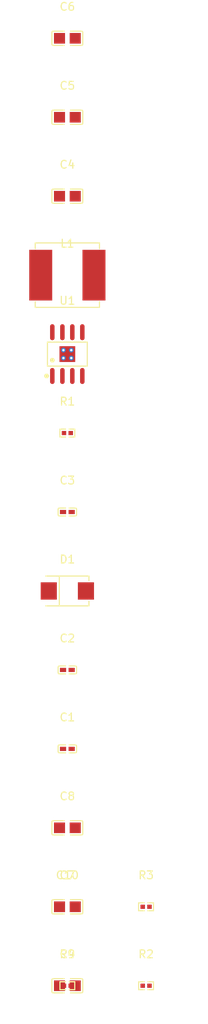
<source format=kicad_pcb>
(kicad_pcb (version 20241229) (generator "atopile") (generator_version "0.3.24")
  (layers (0 "F.Cu" signal) (31 "B.Cu" signal) (34 "B.Paste" user) (35 "F.Paste" user) (36 "B.SilkS" user "B.Silkscreen") (37 "F.SilkS" user "F.Silkscreen") (38 "B.Mask" user) (39 "F.Mask" user) (44 "Edge.Cuts" user))
  (net 0 "")
  (net 1 "FB")
  (net 2 "net")
  (net 4 "gnd")
  (net 5 "hv")
  (net 6 "RT_CLK")
  (net 7 "BOOT")
  (net 8 "cathode")
  (net 9 "COMP")
  (net 10 "hv-1")
  (footprint "atopile:R0402-56259e" (layer "F.Cu") (at 0 0 0)
    (property "Reference" "R4" (at 0 -4 0) (layer "F.SilkS") (hide no))
    (property "Value" "162kΩ ±1% 62.5mW")
    (fp_line (start -0.23 0.5) (end -0.94 0.5) (stroke (width 0.15)) (layer "F.SilkS"))
    (fp_line (start -0.94 0.5) (end -0.94 -0.5) (stroke (width 0.15)) (layer "F.SilkS"))
    (fp_line (start -0.94 -0.5) (end -0.23 -0.5) (stroke (width 0.15)) (layer "F.SilkS"))
    (fp_line (start 0.23 0.5) (end 0.94 0.5) (stroke (width 0.15)) (layer "F.SilkS"))
    (fp_line (start 0.94 0.5) (end 0.94 -0.5) (stroke (width 0.15)) (layer "F.SilkS"))
    (fp_line (start 0.94 -0.5) (end 0.23 -0.5) (stroke (width 0.15)) (layer "F.SilkS"))
    (fp_text user "${REFERENCE}" (at 0 -4 0) (layer "F.SilkS"))
    (pad "2" smd rect (at 0.43 0 0) (size 0.57 0.54) (layers "F.Cu" "F.Paste" "F.Mask") (net 4 "gnd"))
    (pad "1" smd rect (at -0.43 0 0) (size 0.57 0.54) (layers "F.Cu" "F.Paste" "F.Mask") (net 6 "RT_CLK"))
  )
  (footprint "atopile:C0805-3b2e55" (layer "F.Cu") (at 0 -10 0)
    (property "Reference" "C7" (at 0 -4 0) (layer "F.SilkS") (hide no))
    (property "Value" "22µF ±20% 25V X5R")
    (fp_line (start 1.81 -0.9) (end 0.4 -0.9) (stroke (width 0.15)) (layer "F.SilkS"))
    (fp_line (start 0.4 0.9) (end 1.81 0.9) (stroke (width 0.15)) (layer "F.SilkS"))
    (fp_line (start 1.96 0.75) (end 1.96 -0.75) (stroke (width 0.15)) (layer "F.SilkS"))
    (fp_line (start -1.81 -0.9) (end -0.4 -0.9) (stroke (width 0.15)) (layer "F.SilkS"))
    (fp_line (start -0.4 0.9) (end -1.81 0.9) (stroke (width 0.15)) (layer "F.SilkS"))
    (fp_line (start -1.96 0.75) (end -1.96 -0.75) (stroke (width 0.15)) (layer "F.SilkS"))
    (fp_arc (start 1.96 0.75) (mid 1.9160660171779822 0.856066017177982) (end 1.81 0.8999999999999999) (stroke (width 0.15)) (layer "F.SilkS"))
    (fp_arc (start 1.81 -0.9) (mid 1.9160660171779822 -0.8560660171779821) (end 1.96 -0.75) (stroke (width 0.15)) (layer "F.SilkS"))
    (fp_arc (start -1.96 0.75) (mid -1.9160660171779822 0.856066017177982) (end -1.81 0.8999999999999999) (stroke (width 0.15)) (layer "F.SilkS"))
    (fp_arc (start -1.81 -0.9) (mid -1.9160660171779822 -0.8560660171779821) (end -1.96 -0.75) (stroke (width 0.15)) (layer "F.SilkS"))
    (fp_text user "${REFERENCE}" (at 0 -4 0) (layer "F.SilkS"))
    (pad "2" smd rect (at 1 0 0) (size 1.41 1.35) (layers "F.Cu" "F.Paste" "F.Mask") (net 4 "gnd"))
    (pad "1" smd rect (at -1 0 0) (size 1.41 1.35) (layers "F.Cu" "F.Paste" "F.Mask") (net 10 "hv-1"))
  )
  (footprint "atopile:C0805-3b2e55" (layer "F.Cu") (at 0 -20 0)
    (property "Reference" "C8" (at 0 -4 0) (layer "F.SilkS") (hide no))
    (property "Value" "22µF ±20% 25V X5R")
    (fp_line (start 1.81 -0.9) (end 0.4 -0.9) (stroke (width 0.15)) (layer "F.SilkS"))
    (fp_line (start 0.4 0.9) (end 1.81 0.9) (stroke (width 0.15)) (layer "F.SilkS"))
    (fp_line (start 1.96 0.75) (end 1.96 -0.75) (stroke (width 0.15)) (layer "F.SilkS"))
    (fp_line (start -1.81 -0.9) (end -0.4 -0.9) (stroke (width 0.15)) (layer "F.SilkS"))
    (fp_line (start -0.4 0.9) (end -1.81 0.9) (stroke (width 0.15)) (layer "F.SilkS"))
    (fp_line (start -1.96 0.75) (end -1.96 -0.75) (stroke (width 0.15)) (layer "F.SilkS"))
    (fp_arc (start 1.96 0.75) (mid 1.9160660171779822 0.856066017177982) (end 1.81 0.8999999999999999) (stroke (width 0.15)) (layer "F.SilkS"))
    (fp_arc (start 1.81 -0.9) (mid 1.9160660171779822 -0.8560660171779821) (end 1.96 -0.75) (stroke (width 0.15)) (layer "F.SilkS"))
    (fp_arc (start -1.96 0.75) (mid -1.9160660171779822 0.856066017177982) (end -1.81 0.8999999999999999) (stroke (width 0.15)) (layer "F.SilkS"))
    (fp_arc (start -1.81 -0.9) (mid -1.9160660171779822 -0.8560660171779821) (end -1.96 -0.75) (stroke (width 0.15)) (layer "F.SilkS"))
    (fp_text user "${REFERENCE}" (at 0 -4 0) (layer "F.SilkS"))
    (pad "2" smd rect (at 1 0 0) (size 1.41 1.35) (layers "F.Cu" "F.Paste" "F.Mask") (net 4 "gnd"))
    (pad "1" smd rect (at -1 0 0) (size 1.41 1.35) (layers "F.Cu" "F.Paste" "F.Mask") (net 10 "hv-1"))
  )
  (footprint "atopile:C0402-b3ef17" (layer "F.Cu") (at 0 -30 0)
    (property "Reference" "C1" (at 0 -4 0) (layer "F.SilkS") (hide no))
    (property "Value" "100nF ±10% 50V X7R")
    (fp_line (start 1.02 -0.5) (end 0.23 -0.5) (stroke (width 0.15)) (layer "F.SilkS"))
    (fp_line (start 0.23 0.5) (end 1.02 0.5) (stroke (width 0.15)) (layer "F.SilkS"))
    (fp_line (start 1.17 0.35) (end 1.17 -0.35) (stroke (width 0.15)) (layer "F.SilkS"))
    (fp_line (start -1.02 -0.5) (end -0.23 -0.5) (stroke (width 0.15)) (layer "F.SilkS"))
    (fp_line (start -0.23 0.5) (end -1.02 0.5) (stroke (width 0.15)) (layer "F.SilkS"))
    (fp_line (start -1.17 0.35) (end -1.17 -0.35) (stroke (width 0.15)) (layer "F.SilkS"))
    (fp_arc (start 1.17 0.35) (mid 1.1260660171779822 0.456066017177982) (end 1.02 0.4999999999999999) (stroke (width 0.15)) (layer "F.SilkS"))
    (fp_arc (start 1.02 -0.5) (mid 1.1260660171779822 -0.4560660171779821) (end 1.17 -0.35) (stroke (width 0.15)) (layer "F.SilkS"))
    (fp_arc (start -1.17 0.35) (mid -1.1260660171779822 0.456066017177982) (end -1.02 0.4999999999999999) (stroke (width 0.15)) (layer "F.SilkS"))
    (fp_arc (start -1.02 -0.5) (mid -1.1260660171779822 -0.4560660171779821) (end -1.17 -0.35) (stroke (width 0.15)) (layer "F.SilkS"))
    (fp_text user "${REFERENCE}" (at 0 -4 0) (layer "F.SilkS"))
    (pad "2" smd rect (at 0.55 0 0) (size 0.79 0.54) (layers "F.Cu" "F.Paste" "F.Mask") (net 8 "cathode"))
    (pad "1" smd rect (at -0.55 0 0) (size 0.79 0.54) (layers "F.Cu" "F.Paste" "F.Mask") (net 7 "BOOT"))
  )
  (footprint "atopile:C0402-b3ef17" (layer "F.Cu") (at 0 -40 0)
    (property "Reference" "C2" (at 0 -4 0) (layer "F.SilkS") (hide no))
    (property "Value" "4.7nF ±5% 50V C0G")
    (fp_line (start 1.02 -0.5) (end 0.23 -0.5) (stroke (width 0.15)) (layer "F.SilkS"))
    (fp_line (start 0.23 0.5) (end 1.02 0.5) (stroke (width 0.15)) (layer "F.SilkS"))
    (fp_line (start 1.17 0.35) (end 1.17 -0.35) (stroke (width 0.15)) (layer "F.SilkS"))
    (fp_line (start -1.02 -0.5) (end -0.23 -0.5) (stroke (width 0.15)) (layer "F.SilkS"))
    (fp_line (start -0.23 0.5) (end -1.02 0.5) (stroke (width 0.15)) (layer "F.SilkS"))
    (fp_line (start -1.17 0.35) (end -1.17 -0.35) (stroke (width 0.15)) (layer "F.SilkS"))
    (fp_arc (start 1.17 0.35) (mid 1.1260660171779822 0.456066017177982) (end 1.02 0.4999999999999999) (stroke (width 0.15)) (layer "F.SilkS"))
    (fp_arc (start 1.02 -0.5) (mid 1.1260660171779822 -0.4560660171779821) (end 1.17 -0.35) (stroke (width 0.15)) (layer "F.SilkS"))
    (fp_arc (start -1.17 0.35) (mid -1.1260660171779822 0.456066017177982) (end -1.02 0.4999999999999999) (stroke (width 0.15)) (layer "F.SilkS"))
    (fp_arc (start -1.02 -0.5) (mid -1.1260660171779822 -0.4560660171779821) (end -1.17 -0.35) (stroke (width 0.15)) (layer "F.SilkS"))
    (fp_text user "${REFERENCE}" (at 0 -4 0) (layer "F.SilkS"))
    (pad "2" smd rect (at 0.55 0 0) (size 0.79 0.54) (layers "F.Cu" "F.Paste" "F.Mask") (net 4 "gnd"))
    (pad "1" smd rect (at -0.55 0 0) (size 0.79 0.54) (layers "F.Cu" "F.Paste" "F.Mask") (net 2 "net"))
  )
  (footprint "atopile:SMB_L4.6-W3.6-LS5.3-RD-330cb3" (layer "F.Cu") (at 0 -50 0)
    (property "Reference" "D1" (at 0 -4 0) (layer "F.SilkS") (hide no))
    (property "Value" "")
    (fp_line (start -1.02 -1.89) (end -1.02 1.89) (stroke (width 0.15)) (layer "F.SilkS"))
    (fp_line (start -2.74 -1.89) (end 2.74 -1.89) (stroke (width 0.15)) (layer "F.SilkS"))
    (fp_line (start -2.74 1.89) (end 2.74 1.89) (stroke (width 0.15)) (layer "F.SilkS"))
    (fp_line (start 2.74 -1.89) (end 2.74 -1.3) (stroke (width 0.15)) (layer "F.SilkS"))
    (fp_line (start 2.74 1.89) (end 2.74 1.3) (stroke (width 0.15)) (layer "F.SilkS"))
    (fp_text user "${REFERENCE}" (at 0 -4 0) (layer "F.SilkS"))
    (pad "2" smd rect (at 2.36 0 0) (size 2.05 2.19) (layers "F.Cu" "F.Paste" "F.Mask") (net 4 "gnd"))
    (pad "1" smd rect (at -2.36 0 0) (size 2.05 2.19) (layers "F.Cu" "F.Paste" "F.Mask") (net 8 "cathode"))
  )
  (footprint "atopile:C0402-b3ef17" (layer "F.Cu") (at 0 -60 0)
    (property "Reference" "C3" (at 0 -4 0) (layer "F.SilkS") (hide no))
    (property "Value" "8.2pF ±5% 50V C0G")
    (fp_line (start 1.02 -0.5) (end 0.23 -0.5) (stroke (width 0.15)) (layer "F.SilkS"))
    (fp_line (start 0.23 0.5) (end 1.02 0.5) (stroke (width 0.15)) (layer "F.SilkS"))
    (fp_line (start 1.17 0.35) (end 1.17 -0.35) (stroke (width 0.15)) (layer "F.SilkS"))
    (fp_line (start -1.02 -0.5) (end -0.23 -0.5) (stroke (width 0.15)) (layer "F.SilkS"))
    (fp_line (start -0.23 0.5) (end -1.02 0.5) (stroke (width 0.15)) (layer "F.SilkS"))
    (fp_line (start -1.17 0.35) (end -1.17 -0.35) (stroke (width 0.15)) (layer "F.SilkS"))
    (fp_arc (start 1.17 0.35) (mid 1.1260660171779822 0.456066017177982) (end 1.02 0.4999999999999999) (stroke (width 0.15)) (layer "F.SilkS"))
    (fp_arc (start 1.02 -0.5) (mid 1.1260660171779822 -0.4560660171779821) (end 1.17 -0.35) (stroke (width 0.15)) (layer "F.SilkS"))
    (fp_arc (start -1.17 0.35) (mid -1.1260660171779822 0.456066017177982) (end -1.02 0.4999999999999999) (stroke (width 0.15)) (layer "F.SilkS"))
    (fp_arc (start -1.02 -0.5) (mid -1.1260660171779822 -0.4560660171779821) (end -1.17 -0.35) (stroke (width 0.15)) (layer "F.SilkS"))
    (fp_text user "${REFERENCE}" (at 0 -4 0) (layer "F.SilkS"))
    (pad "2" smd rect (at 0.55 0 0) (size 0.79 0.54) (layers "F.Cu" "F.Paste" "F.Mask") (net 4 "gnd"))
    (pad "1" smd rect (at -0.55 0 0) (size 0.79 0.54) (layers "F.Cu" "F.Paste" "F.Mask") (net 9 "COMP"))
  )
  (footprint "atopile:R0402-56259e" (layer "F.Cu") (at 0 -70 0)
    (property "Reference" "R1" (at 0 -4 0) (layer "F.SilkS") (hide no))
    (property "Value" "23.7kΩ ±1% 62.5mW")
    (fp_line (start -0.23 0.5) (end -0.94 0.5) (stroke (width 0.15)) (layer "F.SilkS"))
    (fp_line (start -0.94 0.5) (end -0.94 -0.5) (stroke (width 0.15)) (layer "F.SilkS"))
    (fp_line (start -0.94 -0.5) (end -0.23 -0.5) (stroke (width 0.15)) (layer "F.SilkS"))
    (fp_line (start 0.23 0.5) (end 0.94 0.5) (stroke (width 0.15)) (layer "F.SilkS"))
    (fp_line (start 0.94 0.5) (end 0.94 -0.5) (stroke (width 0.15)) (layer "F.SilkS"))
    (fp_line (start 0.94 -0.5) (end 0.23 -0.5) (stroke (width 0.15)) (layer "F.SilkS"))
    (fp_text user "${REFERENCE}" (at 0 -4 0) (layer "F.SilkS"))
    (pad "2" smd rect (at 0.43 0 0) (size 0.57 0.54) (layers "F.Cu" "F.Paste" "F.Mask") (net 2 "net"))
    (pad "1" smd rect (at -0.43 0 0) (size 0.57 0.54) (layers "F.Cu" "F.Paste" "F.Mask") (net 9 "COMP"))
  )
  (footprint "atopile:SOIC-8_L5.0-W4.0-P1.27-LS6.0-BL-EP2.0-748c0f" (layer "F.Cu") (at 0 -80 0)
    (property "Reference" "U1" (at 0 -6.77 0) (layer "F.SilkS") (hide no))
    (property "Value" "")
    (fp_line (start -2.53 1.52) (end -2.53 -1.52) (stroke (width 0.15)) (layer "F.SilkS"))
    (fp_line (start -2.53 -1.52) (end 2.53 -1.52) (stroke (width 0.15)) (layer "F.SilkS"))
    (fp_line (start 2.53 -1.52) (end 2.53 1.52) (stroke (width 0.15)) (layer "F.SilkS"))
    (fp_line (start 2.53 1.52) (end -2.53 1.52) (stroke (width 0.15)) (layer "F.SilkS"))
    (fp_circle (center -1.91 0.77) (end -1.76 0.77) (stroke (width 0.3)) (fill no) (layer "F.SilkS"))
    (fp_circle (center -2.64 2.77) (end -2.49 2.77) (stroke (width 0.3)) (fill no) (layer "F.SilkS"))
    (fp_text user "${REFERENCE}" (at 0 -6.77 0) (layer "F.SilkS"))
    (pad "1" smd oval (at -1.91 2.77 0) (size 0.57 2.04) (layers "F.Cu" "F.Paste" "F.Mask") (net 7 "BOOT"))
    (pad "2" smd oval (at -0.63 2.77 0) (size 0.57 2.04) (layers "F.Cu" "F.Paste" "F.Mask") (net 5 "hv"))
    (pad "3" smd oval (at 0.63 2.77 0) (size 0.57 2.04) (layers "F.Cu" "F.Paste" "F.Mask") (net 5 "hv"))
    (pad "4" smd oval (at 1.9 2.77 0) (size 0.57 2.04) (layers "F.Cu" "F.Paste" "F.Mask") (net 6 "RT_CLK"))
    (pad "8" smd oval (at -1.91 -2.77 0) (size 0.57 2.04) (layers "F.Cu" "F.Paste" "F.Mask") (net 8 "cathode"))
    (pad "7" smd oval (at -0.63 -2.77 0) (size 0.57 2.04) (layers "F.Cu" "F.Paste" "F.Mask") (net 4 "gnd"))
    (pad "6" smd oval (at 0.63 -2.77 0) (size 0.57 2.04) (layers "F.Cu" "F.Paste" "F.Mask") (net 9 "COMP"))
    (pad "5" smd oval (at 1.9 -2.77 0) (size 0.57 2.04) (layers "F.Cu" "F.Paste" "F.Mask") (net 1 "FB"))
    (pad "9" smd rect (at 0 0 0) (size 2 2) (layers "F.Cu" "F.Paste" "F.Mask") (net 4 "gnd"))
    (pad "" thru_hole circle (at 0.5 -0.5 0) (size 0.61 0.61) (drill 0.3) (layers "*.Cu" "*.Paste" "*.Mask"))
    (pad "" thru_hole circle (at -0.5 -0.5 0) (size 0.61 0.61) (drill 0.3) (layers "*.Cu" "*.Paste" "*.Mask"))
    (pad "" thru_hole circle (at -0.5 0.5 0) (size 0.61 0.61) (drill 0.3) (layers "*.Cu" "*.Paste" "*.Mask"))
    (pad "" thru_hole circle (at 0.5 0.5 0) (size 0.61 0.61) (drill 0.3) (layers "*.Cu" "*.Paste" "*.Mask"))
  )
  (footprint "atopile:IND-SMD_L8.0-W8.0_SWPA8040S-2a70f8" (layer "F.Cu") (at 0 -90 0)
    (property "Reference" "L1" (at 0 -4 0) (layer "F.SilkS") (hide no))
    (property "Value" "")
    (fp_line (start -4.08 -3.36) (end -4.08 -4.08) (stroke (width 0.15)) (layer "F.SilkS"))
    (fp_line (start -4.08 -4.08) (end 4.08 -4.08) (stroke (width 0.15)) (layer "F.SilkS"))
    (fp_line (start 4.08 -4.08) (end 4.08 -3.36) (stroke (width 0.15)) (layer "F.SilkS"))
    (fp_line (start -4.08 3.36) (end -4.08 4.08) (stroke (width 0.15)) (layer "F.SilkS"))
    (fp_line (start -4.08 4.08) (end 4.08 4.08) (stroke (width 0.15)) (layer "F.SilkS"))
    (fp_line (start 4.08 4.08) (end 4.08 3.36) (stroke (width 0.15)) (layer "F.SilkS"))
    (fp_text user "${REFERENCE}" (at 0 -4 0) (layer "F.SilkS"))
    (pad "1" smd rect (at 3.38 0 0) (size 2.92 6.42) (layers "F.Cu" "F.Paste" "F.Mask") (net 8 "cathode"))
    (pad "2" smd rect (at -3.38 0 0) (size 2.92 6.42) (layers "F.Cu" "F.Paste" "F.Mask") (net 10 "hv-1"))
  )
  (footprint "atopile:C0805-3b2e55" (layer "F.Cu") (at 0 -100 0)
    (property "Reference" "C4" (at 0 -4 0) (layer "F.SilkS") (hide no))
    (property "Value" "10µF ±10% 50V X5R")
    (fp_line (start 1.81 -0.9) (end 0.4 -0.9) (stroke (width 0.15)) (layer "F.SilkS"))
    (fp_line (start 0.4 0.9) (end 1.81 0.9) (stroke (width 0.15)) (layer "F.SilkS"))
    (fp_line (start 1.96 0.75) (end 1.96 -0.75) (stroke (width 0.15)) (layer "F.SilkS"))
    (fp_line (start -1.81 -0.9) (end -0.4 -0.9) (stroke (width 0.15)) (layer "F.SilkS"))
    (fp_line (start -0.4 0.9) (end -1.81 0.9) (stroke (width 0.15)) (layer "F.SilkS"))
    (fp_line (start -1.96 0.75) (end -1.96 -0.75) (stroke (width 0.15)) (layer "F.SilkS"))
    (fp_arc (start 1.96 0.75) (mid 1.9160660171779822 0.856066017177982) (end 1.81 0.8999999999999999) (stroke (width 0.15)) (layer "F.SilkS"))
    (fp_arc (start 1.81 -0.9) (mid 1.9160660171779822 -0.8560660171779821) (end 1.96 -0.75) (stroke (width 0.15)) (layer "F.SilkS"))
    (fp_arc (start -1.96 0.75) (mid -1.9160660171779822 0.856066017177982) (end -1.81 0.8999999999999999) (stroke (width 0.15)) (layer "F.SilkS"))
    (fp_arc (start -1.81 -0.9) (mid -1.9160660171779822 -0.8560660171779821) (end -1.96 -0.75) (stroke (width 0.15)) (layer "F.SilkS"))
    (fp_text user "${REFERENCE}" (at 0 -4 0) (layer "F.SilkS"))
    (pad "2" smd rect (at 1 0 0) (size 1.41 1.35) (layers "F.Cu" "F.Paste" "F.Mask") (net 4 "gnd"))
    (pad "1" smd rect (at -1 0 0) (size 1.41 1.35) (layers "F.Cu" "F.Paste" "F.Mask") (net 5 "hv"))
  )
  (footprint "atopile:C0805-3b2e55" (layer "F.Cu") (at 0 -110 0)
    (property "Reference" "C5" (at 0 -4 0) (layer "F.SilkS") (hide no))
    (property "Value" "10µF ±10% 50V X5R")
    (fp_line (start 1.81 -0.9) (end 0.4 -0.9) (stroke (width 0.15)) (layer "F.SilkS"))
    (fp_line (start 0.4 0.9) (end 1.81 0.9) (stroke (width 0.15)) (layer "F.SilkS"))
    (fp_line (start 1.96 0.75) (end 1.96 -0.75) (stroke (width 0.15)) (layer "F.SilkS"))
    (fp_line (start -1.81 -0.9) (end -0.4 -0.9) (stroke (width 0.15)) (layer "F.SilkS"))
    (fp_line (start -0.4 0.9) (end -1.81 0.9) (stroke (width 0.15)) (layer "F.SilkS"))
    (fp_line (start -1.96 0.75) (end -1.96 -0.75) (stroke (width 0.15)) (layer "F.SilkS"))
    (fp_arc (start 1.96 0.75) (mid 1.9160660171779822 0.856066017177982) (end 1.81 0.8999999999999999) (stroke (width 0.15)) (layer "F.SilkS"))
    (fp_arc (start 1.81 -0.9) (mid 1.9160660171779822 -0.8560660171779821) (end 1.96 -0.75) (stroke (width 0.15)) (layer "F.SilkS"))
    (fp_arc (start -1.96 0.75) (mid -1.9160660171779822 0.856066017177982) (end -1.81 0.8999999999999999) (stroke (width 0.15)) (layer "F.SilkS"))
    (fp_arc (start -1.81 -0.9) (mid -1.9160660171779822 -0.8560660171779821) (end -1.96 -0.75) (stroke (width 0.15)) (layer "F.SilkS"))
    (fp_text user "${REFERENCE}" (at 0 -4 0) (layer "F.SilkS"))
    (pad "2" smd rect (at 1 0 0) (size 1.41 1.35) (layers "F.Cu" "F.Paste" "F.Mask") (net 4 "gnd"))
    (pad "1" smd rect (at -1 0 0) (size 1.41 1.35) (layers "F.Cu" "F.Paste" "F.Mask") (net 5 "hv"))
  )
  (footprint "atopile:C0805-3b2e55" (layer "F.Cu") (at 0 -120 0)
    (property "Reference" "C6" (at 0 -4 0) (layer "F.SilkS") (hide no))
    (property "Value" "10µF ±10% 50V X5R")
    (fp_line (start 1.81 -0.9) (end 0.4 -0.9) (stroke (width 0.15)) (layer "F.SilkS"))
    (fp_line (start 0.4 0.9) (end 1.81 0.9) (stroke (width 0.15)) (layer "F.SilkS"))
    (fp_line (start 1.96 0.75) (end 1.96 -0.75) (stroke (width 0.15)) (layer "F.SilkS"))
    (fp_line (start -1.81 -0.9) (end -0.4 -0.9) (stroke (width 0.15)) (layer "F.SilkS"))
    (fp_line (start -0.4 0.9) (end -1.81 0.9) (stroke (width 0.15)) (layer "F.SilkS"))
    (fp_line (start -1.96 0.75) (end -1.96 -0.75) (stroke (width 0.15)) (layer "F.SilkS"))
    (fp_arc (start 1.96 0.75) (mid 1.9160660171779822 0.856066017177982) (end 1.81 0.8999999999999999) (stroke (width 0.15)) (layer "F.SilkS"))
    (fp_arc (start 1.81 -0.9) (mid 1.9160660171779822 -0.8560660171779821) (end 1.96 -0.75) (stroke (width 0.15)) (layer "F.SilkS"))
    (fp_arc (start -1.96 0.75) (mid -1.9160660171779822 0.856066017177982) (end -1.81 0.8999999999999999) (stroke (width 0.15)) (layer "F.SilkS"))
    (fp_arc (start -1.81 -0.9) (mid -1.9160660171779822 -0.8560660171779821) (end -1.96 -0.75) (stroke (width 0.15)) (layer "F.SilkS"))
    (fp_text user "${REFERENCE}" (at 0 -4 0) (layer "F.SilkS"))
    (pad "2" smd rect (at 1 0 0) (size 1.41 1.35) (layers "F.Cu" "F.Paste" "F.Mask") (net 4 "gnd"))
    (pad "1" smd rect (at -1 0 0) (size 1.41 1.35) (layers "F.Cu" "F.Paste" "F.Mask") (net 5 "hv"))
  )
  (footprint "atopile:R0402-56259e" (layer "F.Cu") (at 10 0 0)
    (property "Reference" "R2" (at 0 -4 0) (layer "F.SilkS") (hide no))
    (property "Value" "10kΩ ±1% 62.5mW")
    (fp_line (start -0.23 0.5) (end -0.94 0.5) (stroke (width 0.15)) (layer "F.SilkS"))
    (fp_line (start -0.94 0.5) (end -0.94 -0.5) (stroke (width 0.15)) (layer "F.SilkS"))
    (fp_line (start -0.94 -0.5) (end -0.23 -0.5) (stroke (width 0.15)) (layer "F.SilkS"))
    (fp_line (start 0.23 0.5) (end 0.94 0.5) (stroke (width 0.15)) (layer "F.SilkS"))
    (fp_line (start 0.94 0.5) (end 0.94 -0.5) (stroke (width 0.15)) (layer "F.SilkS"))
    (fp_line (start 0.94 -0.5) (end 0.23 -0.5) (stroke (width 0.15)) (layer "F.SilkS"))
    (fp_text user "${REFERENCE}" (at 0 -4 0) (layer "F.SilkS"))
    (pad "2" smd rect (at 0.43 0 0) (size 0.57 0.54) (layers "F.Cu" "F.Paste" "F.Mask") (net 4 "gnd"))
    (pad "1" smd rect (at -0.43 0 0) (size 0.57 0.54) (layers "F.Cu" "F.Paste" "F.Mask") (net 1 "FB"))
  )
  (footprint "atopile:RES-SMD_L1.0-W0.5-5f9070" (layer "F.Cu") (at 10 -10 0)
    (property "Reference" "R3" (at 0 -4 0) (layer "F.SilkS") (hide no))
    (property "Value" "140kΩ ±1% 62.5mW")
    (fp_line (start -0.23 0.5) (end -0.95 0.5) (stroke (width 0.15)) (layer "F.SilkS"))
    (fp_line (start -0.95 0.5) (end -0.95 -0.5) (stroke (width 0.15)) (layer "F.SilkS"))
    (fp_line (start -0.95 -0.5) (end -0.23 -0.5) (stroke (width 0.15)) (layer "F.SilkS"))
    (fp_line (start 0.22 0.5) (end 0.94 0.5) (stroke (width 0.15)) (layer "F.SilkS"))
    (fp_line (start 0.94 0.5) (end 0.94 -0.5) (stroke (width 0.15)) (layer "F.SilkS"))
    (fp_line (start 0.94 -0.5) (end 0.22 -0.5) (stroke (width 0.15)) (layer "F.SilkS"))
    (fp_text user "${REFERENCE}" (at 0 -4 0) (layer "F.SilkS"))
    (pad "1" smd rect (at -0.43 0 0) (size 0.57 0.54) (layers "F.Cu" "F.Paste" "F.Mask") (net 10 "hv-1"))
    (pad "2" smd rect (at 0.43 0 0) (size 0.57 0.54) (layers "F.Cu" "F.Paste" "F.Mask") (net 1 "FB"))
  )
  (footprint "atopile:C0805-3b2e55" (layer "F.Cu") (at 0 0 0)
    (property "Reference" "C9" (at 0 -4 0) (layer "F.SilkS") (hide no))
    (property "Value" "22µF ±20% 25V X5R")
    (fp_line (start 1.81 -0.9) (end 0.4 -0.9) (stroke (width 0.15)) (layer "F.SilkS"))
    (fp_line (start 0.4 0.9) (end 1.81 0.9) (stroke (width 0.15)) (layer "F.SilkS"))
    (fp_line (start 1.96 0.75) (end 1.96 -0.75) (stroke (width 0.15)) (layer "F.SilkS"))
    (fp_line (start -1.81 -0.9) (end -0.4 -0.9) (stroke (width 0.15)) (layer "F.SilkS"))
    (fp_line (start -0.4 0.9) (end -1.81 0.9) (stroke (width 0.15)) (layer "F.SilkS"))
    (fp_line (start -1.96 0.75) (end -1.96 -0.75) (stroke (width 0.15)) (layer "F.SilkS"))
    (fp_arc (start 1.96 0.75) (mid 1.9160660171779822 0.856066017177982) (end 1.81 0.8999999999999999) (stroke (width 0.15)) (layer "F.SilkS"))
    (fp_arc (start 1.81 -0.9) (mid 1.9160660171779822 -0.8560660171779821) (end 1.96 -0.75) (stroke (width 0.15)) (layer "F.SilkS"))
    (fp_arc (start -1.96 0.75) (mid -1.9160660171779822 0.856066017177982) (end -1.81 0.8999999999999999) (stroke (width 0.15)) (layer "F.SilkS"))
    (fp_arc (start -1.81 -0.9) (mid -1.9160660171779822 -0.8560660171779821) (end -1.96 -0.75) (stroke (width 0.15)) (layer "F.SilkS"))
    (fp_text user "${REFERENCE}" (at 0 -4 0) (layer "F.SilkS"))
    (pad "2" smd rect (at 1 0 0) (size 1.41 1.35) (layers "F.Cu" "F.Paste" "F.Mask") (net 4 "gnd"))
    (pad "1" smd rect (at -1 0 0) (size 1.41 1.35) (layers "F.Cu" "F.Paste" "F.Mask") (net 10 "hv-1"))
  )
  (footprint "atopile:C0805-3b2e55" (layer "F.Cu") (at 0 -10 0)
    (property "Reference" "C10" (at 0 -4 0) (layer "F.SilkS") (hide no))
    (property "Value" "22µF ±20% 25V X5R")
    (fp_line (start 1.81 -0.9) (end 0.4 -0.9) (stroke (width 0.15)) (layer "F.SilkS"))
    (fp_line (start 0.4 0.9) (end 1.81 0.9) (stroke (width 0.15)) (layer "F.SilkS"))
    (fp_line (start 1.96 0.75) (end 1.96 -0.75) (stroke (width 0.15)) (layer "F.SilkS"))
    (fp_line (start -1.81 -0.9) (end -0.4 -0.9) (stroke (width 0.15)) (layer "F.SilkS"))
    (fp_line (start -0.4 0.9) (end -1.81 0.9) (stroke (width 0.15)) (layer "F.SilkS"))
    (fp_line (start -1.96 0.75) (end -1.96 -0.75) (stroke (width 0.15)) (layer "F.SilkS"))
    (fp_arc (start 1.96 0.75) (mid 1.9160660171779822 0.856066017177982) (end 1.81 0.8999999999999999) (stroke (width 0.15)) (layer "F.SilkS"))
    (fp_arc (start 1.81 -0.9) (mid 1.9160660171779822 -0.8560660171779821) (end 1.96 -0.75) (stroke (width 0.15)) (layer "F.SilkS"))
    (fp_arc (start -1.96 0.75) (mid -1.9160660171779822 0.856066017177982) (end -1.81 0.8999999999999999) (stroke (width 0.15)) (layer "F.SilkS"))
    (fp_arc (start -1.81 -0.9) (mid -1.9160660171779822 -0.8560660171779821) (end -1.96 -0.75) (stroke (width 0.15)) (layer "F.SilkS"))
    (fp_text user "${REFERENCE}" (at 0 -4 0) (layer "F.SilkS"))
    (pad "2" smd rect (at 1 0 0) (size 1.41 1.35) (layers "F.Cu" "F.Paste" "F.Mask") (net 4 "gnd"))
    (pad "1" smd rect (at -1 0 0) (size 1.41 1.35) (layers "F.Cu" "F.Paste" "F.Mask") (net 10 "hv-1"))
  )
)
</source>
